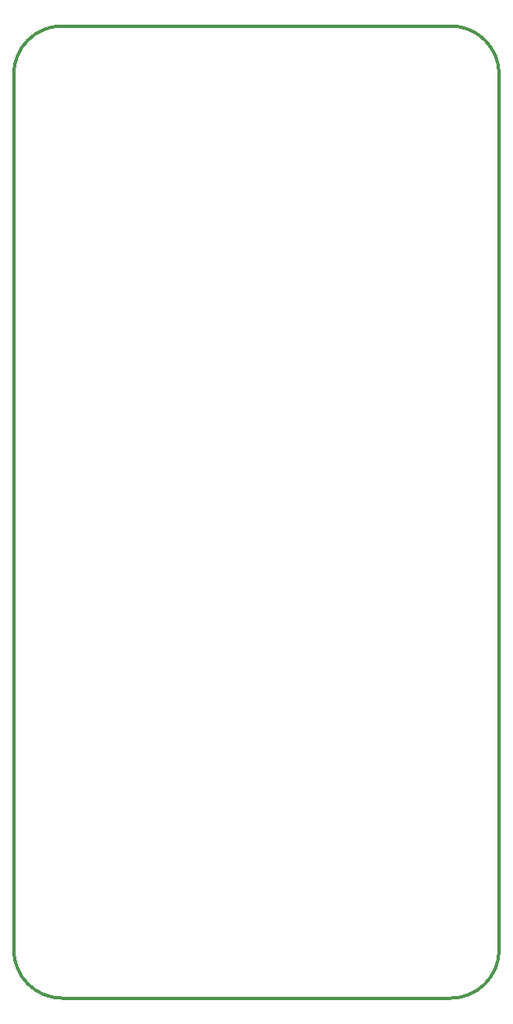
<source format=gbr>
G04 #@! TF.FileFunction,Profile,NP*
%FSLAX46Y46*%
G04 Gerber Fmt 4.6, Leading zero omitted, Abs format (unit mm)*
G04 Created by KiCad (PCBNEW 4.0.4-stable) date 06/22/17 13:57:42*
%MOMM*%
%LPD*%
G01*
G04 APERTURE LIST*
%ADD10C,0.500000*%
%ADD11C,0.300000*%
G04 APERTURE END LIST*
D10*
D11*
X51016000Y97159000D02*
X51016000Y47159000D01*
X1016000Y97159000D02*
X1016000Y47159000D01*
X46016000Y102159000D02*
X6016000Y102159000D01*
X51016000Y7159000D02*
X51016000Y47159000D01*
X6016000Y2159000D02*
X46016000Y2159000D01*
X1016000Y47159000D02*
X1016000Y7159000D01*
X1016000Y7159000D02*
G75*
G03X6016000Y2159000I5000000J0D01*
G01*
X46016000Y2159000D02*
G75*
G03X51016000Y7159000I0J5000000D01*
G01*
X51016000Y97159000D02*
G75*
G03X46016000Y102159000I-5000000J0D01*
G01*
X6016000Y102159000D02*
G75*
G03X1016000Y97159000I0J-5000000D01*
G01*
M02*

</source>
